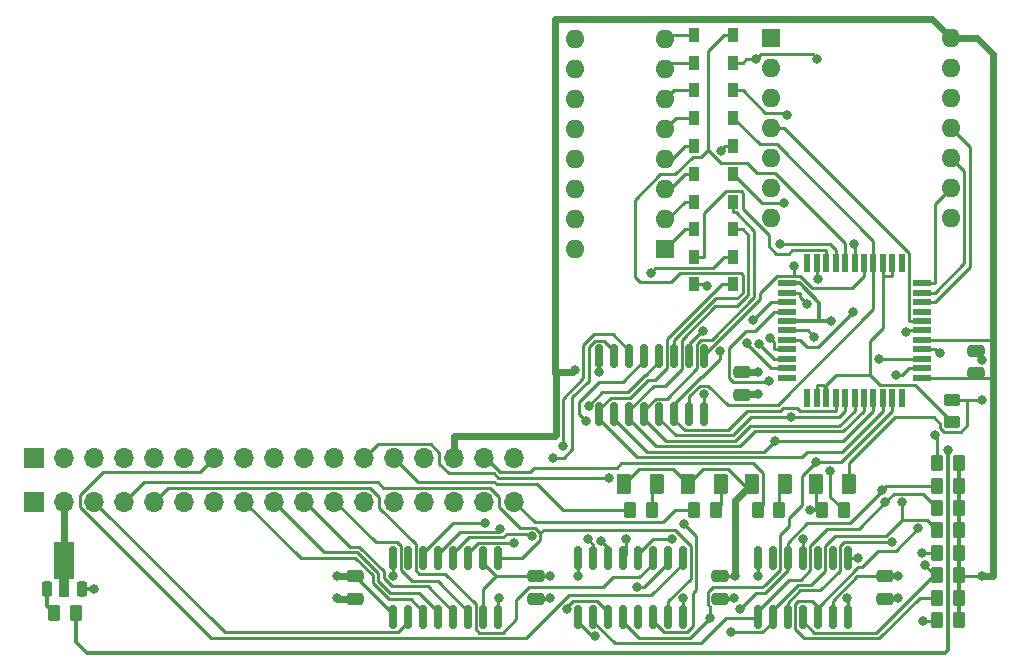
<source format=gbr>
%TF.GenerationSoftware,KiCad,Pcbnew,8.0.1*%
%TF.CreationDate,2024-06-09T22:48:08+01:00*%
%TF.ProjectId,BBC-USBSlim,4242432d-5553-4425-936c-696d2e6b6963,rev?*%
%TF.SameCoordinates,Original*%
%TF.FileFunction,Copper,L1,Top*%
%TF.FilePolarity,Positive*%
%FSLAX46Y46*%
G04 Gerber Fmt 4.6, Leading zero omitted, Abs format (unit mm)*
G04 Created by KiCad (PCBNEW 8.0.1) date 2024-06-09 22:48:08*
%MOMM*%
%LPD*%
G01*
G04 APERTURE LIST*
G04 Aperture macros list*
%AMRoundRect*
0 Rectangle with rounded corners*
0 $1 Rounding radius*
0 $2 $3 $4 $5 $6 $7 $8 $9 X,Y pos of 4 corners*
0 Add a 4 corners polygon primitive as box body*
4,1,4,$2,$3,$4,$5,$6,$7,$8,$9,$2,$3,0*
0 Add four circle primitives for the rounded corners*
1,1,$1+$1,$2,$3*
1,1,$1+$1,$4,$5*
1,1,$1+$1,$6,$7*
1,1,$1+$1,$8,$9*
0 Add four rect primitives between the rounded corners*
20,1,$1+$1,$2,$3,$4,$5,0*
20,1,$1+$1,$4,$5,$6,$7,0*
20,1,$1+$1,$6,$7,$8,$9,0*
20,1,$1+$1,$8,$9,$2,$3,0*%
%AMFreePoly0*
4,1,9,3.862500,-0.866500,0.737500,-0.866500,0.737500,-0.450000,-0.737500,-0.450000,-0.737500,0.450000,0.737500,0.450000,0.737500,0.866500,3.862500,0.866500,3.862500,-0.866500,3.862500,-0.866500,$1*%
G04 Aperture macros list end*
%TA.AperFunction,SMDPad,CuDef*%
%ADD10RoundRect,0.250000X0.262500X0.450000X-0.262500X0.450000X-0.262500X-0.450000X0.262500X-0.450000X0*%
%TD*%
%TA.AperFunction,SMDPad,CuDef*%
%ADD11R,0.550000X1.500000*%
%TD*%
%TA.AperFunction,SMDPad,CuDef*%
%ADD12R,1.500000X0.550000*%
%TD*%
%TA.AperFunction,SMDPad,CuDef*%
%ADD13RoundRect,0.250000X0.375000X0.625000X-0.375000X0.625000X-0.375000X-0.625000X0.375000X-0.625000X0*%
%TD*%
%TA.AperFunction,SMDPad,CuDef*%
%ADD14R,0.900000X1.200000*%
%TD*%
%TA.AperFunction,SMDPad,CuDef*%
%ADD15RoundRect,0.250000X-0.262500X-0.450000X0.262500X-0.450000X0.262500X0.450000X-0.262500X0.450000X0*%
%TD*%
%TA.AperFunction,SMDPad,CuDef*%
%ADD16RoundRect,0.250000X-0.475000X0.250000X-0.475000X-0.250000X0.475000X-0.250000X0.475000X0.250000X0*%
%TD*%
%TA.AperFunction,ComponentPad*%
%ADD17R,1.700000X1.700000*%
%TD*%
%TA.AperFunction,ComponentPad*%
%ADD18O,1.700000X1.700000*%
%TD*%
%TA.AperFunction,SMDPad,CuDef*%
%ADD19RoundRect,0.225000X0.225000X-0.425000X0.225000X0.425000X-0.225000X0.425000X-0.225000X-0.425000X0*%
%TD*%
%TA.AperFunction,SMDPad,CuDef*%
%ADD20FreePoly0,90.000000*%
%TD*%
%TA.AperFunction,ComponentPad*%
%ADD21R,1.600000X1.600000*%
%TD*%
%TA.AperFunction,ComponentPad*%
%ADD22O,1.600000X1.600000*%
%TD*%
%TA.AperFunction,SMDPad,CuDef*%
%ADD23RoundRect,0.250000X0.450000X-0.262500X0.450000X0.262500X-0.450000X0.262500X-0.450000X-0.262500X0*%
%TD*%
%TA.AperFunction,SMDPad,CuDef*%
%ADD24RoundRect,0.150000X0.150000X-0.825000X0.150000X0.825000X-0.150000X0.825000X-0.150000X-0.825000X0*%
%TD*%
%TA.AperFunction,SMDPad,CuDef*%
%ADD25RoundRect,0.250000X0.475000X-0.250000X0.475000X0.250000X-0.475000X0.250000X-0.475000X-0.250000X0*%
%TD*%
%TA.AperFunction,ViaPad*%
%ADD26C,0.800000*%
%TD*%
%TA.AperFunction,Conductor*%
%ADD27C,0.250000*%
%TD*%
%TA.AperFunction,Conductor*%
%ADD28C,0.600000*%
%TD*%
%TA.AperFunction,Conductor*%
%ADD29C,0.300000*%
%TD*%
G04 APERTURE END LIST*
D10*
%TO.P,R14,1*%
%TO.N,+5V*%
X153750000Y-112575000D03*
%TO.P,R14,2*%
%TO.N,D7*%
X151925000Y-112575000D03*
%TD*%
D11*
%TO.P,U6,1,N/C*%
%TO.N,unconnected-(U6-N{slash}C-Pad1)*%
X148900000Y-95650000D03*
%TO.P,U6,2,X14*%
%TO.N,FLOAT*%
X148100000Y-95650000D03*
%TO.P,U6,3,X15*%
X147300000Y-95650000D03*
%TO.P,U6,4,X6*%
%TO.N,X6*%
X146500000Y-95650000D03*
%TO.P,U6,5,X7*%
%TO.N,X7*%
X145700000Y-95650000D03*
%TO.P,U6,6,X8*%
%TO.N,X8*%
X144900000Y-95650000D03*
%TO.P,U6,7,X9*%
%TO.N,X9*%
X144100000Y-95650000D03*
%TO.P,U6,8,X10*%
%TO.N,X10*%
X143300000Y-95650000D03*
%TO.P,U6,9,X11*%
%TO.N,X11*%
X142500000Y-95650000D03*
%TO.P,U6,10,Y7*%
%TO.N,D7*%
X141700000Y-95650000D03*
%TO.P,U6,11,N/C*%
%TO.N,unconnected-(U6-N{slash}C-Pad11)*%
X140900000Y-95650000D03*
D12*
%TO.P,U6,12,VSS*%
%TO.N,GND*%
X139200000Y-97350000D03*
%TO.P,U6,13,Y6*%
%TO.N,D1*%
X139200000Y-98150000D03*
%TO.P,U6,14,STROBE*%
%TO.N,MTSTROBE*%
X139200000Y-98950000D03*
%TO.P,U6,15,Y5*%
%TO.N,D2*%
X139200000Y-99750000D03*
%TO.P,U6,16,VEE*%
%TO.N,GND*%
X139200000Y-100550000D03*
%TO.P,U6,17,Y4*%
%TO.N,D3*%
X139200000Y-101350000D03*
%TO.P,U6,18,AX1*%
%TO.N,AX1*%
X139200000Y-102150000D03*
%TO.P,U6,19,AX2*%
%TO.N,AX2*%
X139200000Y-102950000D03*
%TO.P,U6,20,AY0*%
%TO.N,AY0*%
X139200000Y-103750000D03*
%TO.P,U6,21,AY1*%
%TO.N,AY1*%
X139200000Y-104550000D03*
%TO.P,U6,22,N/C*%
%TO.N,unconnected-(U6-N{slash}C-Pad22)*%
X139200000Y-105350000D03*
D11*
%TO.P,U6,23,N/C*%
%TO.N,unconnected-(U6-N{slash}C-Pad23)*%
X140900000Y-107050000D03*
%TO.P,U6,24,X13*%
%TO.N,FLOAT*%
X141700000Y-107050000D03*
%TO.P,U6,25,X12*%
X142500000Y-107050000D03*
%TO.P,U6,26,X5*%
%TO.N,X5*%
X143300000Y-107050000D03*
%TO.P,U6,27,X4*%
%TO.N,X4*%
X144100000Y-107050000D03*
%TO.P,U6,28,X3*%
%TO.N,X3*%
X144900000Y-107050000D03*
%TO.P,U6,29,X2*%
%TO.N,X2*%
X145700000Y-107050000D03*
%TO.P,U6,30,X1*%
%TO.N,X1*%
X146500000Y-107050000D03*
%TO.P,U6,31,X0*%
%TO.N,X0*%
X147300000Y-107050000D03*
%TO.P,U6,32,Y0*%
%TO.N,D0*%
X148100000Y-107050000D03*
%TO.P,U6,33,N/C*%
%TO.N,unconnected-(U6-N{slash}C-Pad33)*%
X148900000Y-107050000D03*
D12*
%TO.P,U6,34,CS*%
%TO.N,+5V*%
X150600000Y-105350000D03*
%TO.P,U6,35,Y1*%
%TO.N,D6*%
X150600000Y-104550000D03*
%TO.P,U6,36,DATA*%
%TO.N,MTDATA*%
X150600000Y-103750000D03*
%TO.P,U6,37,Y2*%
%TO.N,D5*%
X150600000Y-102950000D03*
%TO.P,U6,38,VCC*%
%TO.N,+5V*%
X150600000Y-102150000D03*
%TO.P,U6,39,Y3*%
%TO.N,D4*%
X150600000Y-101350000D03*
%TO.P,U6,40,AY2*%
%TO.N,AY2*%
X150600000Y-100550000D03*
%TO.P,U6,41,N/C*%
%TO.N,unconnected-(U6-N{slash}C-Pad41)*%
X150600000Y-99750000D03*
%TO.P,U6,42,RESET*%
%TO.N,MTRESET*%
X150600000Y-98950000D03*
%TO.P,U6,43,AX3*%
%TO.N,AX3*%
X150600000Y-98150000D03*
%TO.P,U6,44,AX0*%
%TO.N,AX0*%
X150600000Y-97350000D03*
%TD*%
D10*
%TO.P,R8,1*%
%TO.N,+5V*%
X153750000Y-123975000D03*
%TO.P,R8,2*%
%TO.N,D6*%
X151925000Y-123975000D03*
%TD*%
%TO.P,R3,1*%
%TO.N,Net-(D14-K)*%
X127718000Y-116550000D03*
%TO.P,R3,2*%
%TO.N,LED3*%
X125893000Y-116550000D03*
%TD*%
D13*
%TO.P,D14,1,K*%
%TO.N,Net-(D14-K)*%
X128185500Y-114311000D03*
%TO.P,D14,2,A*%
%TO.N,+5V*%
X125385500Y-114311000D03*
%TD*%
D14*
%TO.P,D6,1,K*%
%TO.N,X5*%
X134650000Y-85730000D03*
%TO.P,D6,2,A*%
%TO.N,Net-(D6-A)*%
X131350000Y-85730000D03*
%TD*%
D15*
%TO.P,R6,1*%
%TO.N,Net-(Q1-B)*%
X77137500Y-125300000D03*
%TO.P,R6,2*%
%TO.N,Net-(D11-A)*%
X78962500Y-125300000D03*
%TD*%
D10*
%TO.P,R7,1*%
%TO.N,+5V*%
X153750000Y-125875000D03*
%TO.P,R7,2*%
%TO.N,D0*%
X151925000Y-125875000D03*
%TD*%
D14*
%TO.P,D10,1,K*%
%TO.N,X9*%
X134650000Y-76330000D03*
%TO.P,D10,2,A*%
%TO.N,Net-(D10-A)*%
X131350000Y-76330000D03*
%TD*%
%TO.P,D3,1,K*%
%TO.N,X2*%
X134650000Y-92780000D03*
%TO.P,D3,2,A*%
%TO.N,Net-(D3-A)*%
X131350000Y-92780000D03*
%TD*%
D10*
%TO.P,R11,1*%
%TO.N,+5V*%
X153750000Y-118275000D03*
%TO.P,R11,2*%
%TO.N,D3*%
X151925000Y-118275000D03*
%TD*%
%TO.P,R13,1*%
%TO.N,+5V*%
X153750000Y-114475000D03*
%TO.P,R13,2*%
%TO.N,D1*%
X151925000Y-114475000D03*
%TD*%
D16*
%TO.P,C4,1*%
%TO.N,+5V*%
X133510000Y-122150000D03*
%TO.P,C4,2*%
%TO.N,GND*%
X133510000Y-124050000D03*
%TD*%
D17*
%TO.P,J1,1,Pin_1*%
%TO.N,GND*%
X75458000Y-115847000D03*
D18*
%TO.P,J1,2,Pin_2*%
%TO.N,!RST*%
X77998000Y-115847000D03*
%TO.P,J1,3,Pin_3*%
%TO.N,1MHZ*%
X80538000Y-115847000D03*
%TO.P,J1,4,Pin_4*%
%TO.N,KB !EN*%
X83078000Y-115847000D03*
%TO.P,J1,5,Pin_5*%
%TO.N,PA4*%
X85618000Y-115847000D03*
%TO.P,J1,6,Pin_6*%
%TO.N,PA5*%
X88158000Y-115847000D03*
%TO.P,J1,7,Pin_7*%
%TO.N,PA6*%
X90698000Y-115847000D03*
%TO.P,J1,8,Pin_8*%
%TO.N,PA0*%
X93238000Y-115847000D03*
%TO.P,J1,9,Pin_9*%
%TO.N,PA1*%
X95778000Y-115847000D03*
%TO.P,J1,10,Pin_10*%
%TO.N,PA2*%
X98318000Y-115847000D03*
%TO.P,J1,11,Pin_11*%
%TO.N,PA3*%
X100858000Y-115847000D03*
%TO.P,J1,12,Pin_12*%
%TO.N,PA7*%
X103398000Y-115847000D03*
%TO.P,J1,13,Pin_13*%
%TO.N,LED3*%
X105938000Y-115847000D03*
%TO.P,J1,14,Pin_14*%
%TO.N,CA2*%
X108478000Y-115847000D03*
%TO.P,J1,15,Pin_15*%
%TO.N,+5V*%
X111018000Y-115847000D03*
%TO.P,J1,16,Pin_16*%
%TO.N,LED1*%
X113558000Y-115847000D03*
%TO.P,J1,17,Pin_17*%
%TO.N,LED2*%
X116098000Y-115847000D03*
%TD*%
D14*
%TO.P,D7,1,K*%
%TO.N,X6*%
X134650000Y-83380000D03*
%TO.P,D7,2,A*%
%TO.N,Net-(D7-A)*%
X131350000Y-83380000D03*
%TD*%
D19*
%TO.P,Q1,1,B*%
%TO.N,Net-(Q1-B)*%
X76500000Y-123250000D03*
D20*
%TO.P,Q1,2,C*%
%TO.N,!RST*%
X78000000Y-123162500D03*
D19*
%TO.P,Q1,3,E*%
%TO.N,GND*%
X79500000Y-123250000D03*
%TD*%
D16*
%TO.P,C1,1*%
%TO.N,+5V*%
X102610000Y-122150000D03*
%TO.P,C1,2*%
%TO.N,GND*%
X102610000Y-124050000D03*
%TD*%
D21*
%TO.P,U7,1,Pin_1*%
%TO.N,MTDATA*%
X137825000Y-76566000D03*
D22*
%TO.P,U7,2,Pin_2*%
%TO.N,BREAK*%
X137825000Y-79106000D03*
%TO.P,U7,3,Pin_3*%
%TO.N,MTSTROBE*%
X137825000Y-81646000D03*
%TO.P,U7,4,Pin_4*%
%TO.N,AY2*%
X137825000Y-84186000D03*
%TO.P,U7,5,Pin_5*%
%TO.N,AY1*%
X137825000Y-86726000D03*
%TO.P,U7,6,Pin_6*%
%TO.N,AY0*%
X137825000Y-89266000D03*
%TO.P,U7,7,Pin_7*%
%TO.N,AX2*%
X137825000Y-91806000D03*
%TO.P,U7,8,Pin_8*%
%TO.N,AX1*%
X153065000Y-91806000D03*
%TO.P,U7,9,Pin_9*%
%TO.N,AX0*%
X153065000Y-89266000D03*
%TO.P,U7,10,Pin_10*%
%TO.N,AX3*%
X153065000Y-86726000D03*
%TO.P,U7,11,Pin_11*%
%TO.N,MTRESET*%
X153065000Y-84186000D03*
%TO.P,U7,12,Pin_12*%
%TO.N,unconnected-(U7-Pin_12-Pad12)*%
X153065000Y-81646000D03*
%TO.P,U7,13,Pin_13*%
%TO.N,GND*%
X153065000Y-79106000D03*
%TO.P,U7,14,Pin_14*%
%TO.N,+5V*%
X153065000Y-76566000D03*
%TD*%
D23*
%TO.P,R4,1*%
%TO.N,FLOAT*%
X153150000Y-109062500D03*
%TO.P,R4,2*%
%TO.N,GND*%
X153150000Y-107237500D03*
%TD*%
D16*
%TO.P,C3,1*%
%TO.N,+5V*%
X135350000Y-104900000D03*
%TO.P,C3,2*%
%TO.N,GND*%
X135350000Y-106800000D03*
%TD*%
%TO.P,C5,1*%
%TO.N,+5V*%
X147460000Y-122150000D03*
%TO.P,C5,2*%
%TO.N,GND*%
X147460000Y-124050000D03*
%TD*%
D13*
%TO.P,D13,1,K*%
%TO.N,Net-(D13-K)*%
X133603500Y-114311000D03*
%TO.P,D13,2,A*%
%TO.N,+5V*%
X130803500Y-114311000D03*
%TD*%
%TO.P,D11,1,K*%
%TO.N,GND*%
X144453500Y-114311000D03*
%TO.P,D11,2,A*%
%TO.N,Net-(D11-A)*%
X141653500Y-114311000D03*
%TD*%
D10*
%TO.P,R2,1*%
%TO.N,Net-(D13-K)*%
X133136000Y-116550000D03*
%TO.P,R2,2*%
%TO.N,LED2*%
X131311000Y-116550000D03*
%TD*%
D14*
%TO.P,D1,1,K*%
%TO.N,X0*%
X134650000Y-97430000D03*
%TO.P,D1,2,A*%
%TO.N,X10*%
X131350000Y-97430000D03*
%TD*%
D24*
%TO.P,U3,1,~{Q0}*%
%TO.N,X0*%
X123300000Y-108450000D03*
%TO.P,U3,2,~{Q1}*%
%TO.N,X1*%
X124570000Y-108450000D03*
%TO.P,U3,3,~{Q2}*%
%TO.N,X2*%
X125840000Y-108450000D03*
%TO.P,U3,4,~{Q3}*%
%TO.N,X3*%
X127110000Y-108450000D03*
%TO.P,U3,5,~{Q4}*%
%TO.N,X4*%
X128380000Y-108450000D03*
%TO.P,U3,6,~{Q5}*%
%TO.N,X5*%
X129650000Y-108450000D03*
%TO.P,U3,7,~{Q6}*%
%TO.N,X6*%
X130920000Y-108450000D03*
%TO.P,U3,8,GND*%
%TO.N,GND*%
X132190000Y-108450000D03*
%TO.P,U3,9,~{Q7}*%
%TO.N,X7*%
X132190000Y-103500000D03*
%TO.P,U3,10,~{Q8}*%
%TO.N,X8*%
X130920000Y-103500000D03*
%TO.P,U3,11,~{Q9}*%
%TO.N,X9*%
X129650000Y-103500000D03*
%TO.P,U3,12,D*%
%TO.N,QD*%
X128380000Y-103500000D03*
%TO.P,U3,13,C*%
%TO.N,QC*%
X127110000Y-103500000D03*
%TO.P,U3,14,B*%
%TO.N,QB*%
X125840000Y-103500000D03*
%TO.P,U3,15,A*%
%TO.N,QA*%
X124570000Y-103500000D03*
%TO.P,U3,16,VCC*%
%TO.N,+5V*%
X123300000Y-103500000D03*
%TD*%
D14*
%TO.P,D4,1,K*%
%TO.N,X3*%
X134650000Y-90430000D03*
%TO.P,D4,2,A*%
%TO.N,Net-(D4-A)*%
X131350000Y-90430000D03*
%TD*%
D10*
%TO.P,R10,1*%
%TO.N,+5V*%
X153750000Y-120175000D03*
%TO.P,R10,2*%
%TO.N,D4*%
X151925000Y-120175000D03*
%TD*%
%TO.P,R12,1*%
%TO.N,+5V*%
X153750000Y-116375000D03*
%TO.P,R12,2*%
%TO.N,D2*%
X151925000Y-116375000D03*
%TD*%
D16*
%TO.P,C2,1*%
%TO.N,+5V*%
X117960000Y-122150000D03*
%TO.P,C2,2*%
%TO.N,GND*%
X117960000Y-124050000D03*
%TD*%
D21*
%TO.P,SW1,1*%
%TO.N,Net-(D3-A)*%
X128820000Y-94490000D03*
D22*
%TO.P,SW1,2*%
%TO.N,Net-(D4-A)*%
X128820000Y-91950000D03*
%TO.P,SW1,3*%
%TO.N,Net-(D5-A)*%
X128820000Y-89410000D03*
%TO.P,SW1,4*%
%TO.N,Net-(D6-A)*%
X128820000Y-86870000D03*
%TO.P,SW1,5*%
%TO.N,Net-(D7-A)*%
X128820000Y-84330000D03*
%TO.P,SW1,6*%
%TO.N,Net-(D8-A)*%
X128820000Y-81790000D03*
%TO.P,SW1,7*%
%TO.N,Net-(D9-A)*%
X128820000Y-79250000D03*
%TO.P,SW1,8*%
%TO.N,Net-(D10-A)*%
X128820000Y-76710000D03*
%TO.P,SW1,9*%
%TO.N,D0*%
X121200000Y-76710000D03*
%TO.P,SW1,10*%
X121200000Y-79250000D03*
%TO.P,SW1,11*%
X121200000Y-81790000D03*
%TO.P,SW1,12*%
X121200000Y-84330000D03*
%TO.P,SW1,13*%
X121200000Y-86870000D03*
%TO.P,SW1,14*%
X121200000Y-89410000D03*
%TO.P,SW1,15*%
X121200000Y-91950000D03*
%TO.P,SW1,16*%
X121200000Y-94490000D03*
%TD*%
D10*
%TO.P,R1,1*%
%TO.N,Net-(D12-K)*%
X138518000Y-116550000D03*
%TO.P,R1,2*%
%TO.N,LED1*%
X136693000Y-116550000D03*
%TD*%
D25*
%TO.P,C6,1*%
%TO.N,+5V*%
X155200000Y-104950000D03*
%TO.P,C6,2*%
%TO.N,GND*%
X155200000Y-103050000D03*
%TD*%
D24*
%TO.P,U1,1,~{MR}*%
%TO.N,+5V*%
X105850000Y-125575000D03*
%TO.P,U1,2,CP*%
%TO.N,1MHZ*%
X107120000Y-125575000D03*
%TO.P,U1,3,D0*%
%TO.N,PA0*%
X108390000Y-125575000D03*
%TO.P,U1,4,D1*%
%TO.N,PA1*%
X109660000Y-125575000D03*
%TO.P,U1,5,D2*%
%TO.N,PA2*%
X110930000Y-125575000D03*
%TO.P,U1,6,D3*%
%TO.N,PA3*%
X112200000Y-125575000D03*
%TO.P,U1,7,CEP*%
%TO.N,+5V*%
X113470000Y-125575000D03*
%TO.P,U1,8,GND*%
%TO.N,GND*%
X114740000Y-125575000D03*
%TO.P,U1,9,~{PE}*%
%TO.N,KB !EN*%
X114740000Y-120625000D03*
%TO.P,U1,10,CET*%
%TO.N,+5V*%
X113470000Y-120625000D03*
%TO.P,U1,11,Q3*%
%TO.N,QD*%
X112200000Y-120625000D03*
%TO.P,U1,12,Q2*%
%TO.N,QC*%
X110930000Y-120625000D03*
%TO.P,U1,13,Q1*%
%TO.N,QB*%
X109660000Y-120625000D03*
%TO.P,U1,14,Q0*%
%TO.N,QA*%
X108390000Y-120625000D03*
%TO.P,U1,15,TC*%
%TO.N,unconnected-(U1-TC-Pad15)*%
X107120000Y-120625000D03*
%TO.P,U1,16,VCC*%
%TO.N,+5V*%
X105850000Y-120625000D03*
%TD*%
D14*
%TO.P,D2,1,K*%
%TO.N,X1*%
X134650000Y-95110000D03*
%TO.P,D2,2,A*%
%TO.N,X11*%
X131350000Y-95110000D03*
%TD*%
D15*
%TO.P,R5,1*%
%TO.N,Net-(D11-A)*%
X142161000Y-116561000D03*
%TO.P,R5,2*%
%TO.N,BREAK*%
X143986000Y-116561000D03*
%TD*%
D17*
%TO.P,J3,1,Pin_1*%
%TO.N,GND*%
X75460000Y-112175000D03*
D18*
%TO.P,J3,2,Pin_2*%
%TO.N,!RST*%
X78000000Y-112175000D03*
%TO.P,J3,3,Pin_3*%
%TO.N,1MHZ*%
X80540000Y-112175000D03*
%TO.P,J3,4,Pin_4*%
%TO.N,KB !EN*%
X83080000Y-112175000D03*
%TO.P,J3,5,Pin_5*%
%TO.N,PA4*%
X85620000Y-112175000D03*
%TO.P,J3,6,Pin_6*%
%TO.N,PA5*%
X88160000Y-112175000D03*
%TO.P,J3,7,Pin_7*%
%TO.N,PA6*%
X90700000Y-112175000D03*
%TO.P,J3,8,Pin_8*%
%TO.N,PA0*%
X93240000Y-112175000D03*
%TO.P,J3,9,Pin_9*%
%TO.N,PA1*%
X95780000Y-112175000D03*
%TO.P,J3,10,Pin_10*%
%TO.N,PA2*%
X98320000Y-112175000D03*
%TO.P,J3,11,Pin_11*%
%TO.N,PA3*%
X100860000Y-112175000D03*
%TO.P,J3,12,Pin_12*%
%TO.N,PA7*%
X103400000Y-112175000D03*
%TO.P,J3,13,Pin_13*%
%TO.N,LED3*%
X105940000Y-112175000D03*
%TO.P,J3,14,Pin_14*%
%TO.N,CA2*%
X108480000Y-112175000D03*
%TO.P,J3,15,Pin_15*%
%TO.N,+5V*%
X111020000Y-112175000D03*
%TO.P,J3,16,Pin_16*%
%TO.N,LED1*%
X113560000Y-112175000D03*
%TO.P,J3,17,Pin_17*%
%TO.N,LED2*%
X116100000Y-112175000D03*
%TD*%
D24*
%TO.P,U4,1*%
%TO.N,D2*%
X136690000Y-125575000D03*
%TO.P,U4,2*%
%TO.N,D3*%
X137960000Y-125575000D03*
%TO.P,U4,3*%
%TO.N,D4*%
X139230000Y-125575000D03*
%TO.P,U4,4*%
%TO.N,D5*%
X140500000Y-125575000D03*
%TO.P,U4,5*%
%TO.N,D6*%
X141770000Y-125575000D03*
%TO.P,U4,6*%
%TO.N,+5V*%
X143040000Y-125575000D03*
%TO.P,U4,7,GND*%
%TO.N,GND*%
X144310000Y-125575000D03*
%TO.P,U4,8*%
%TO.N,CA2*%
X144310000Y-120625000D03*
%TO.P,U4,9*%
%TO.N,N/C*%
X143040000Y-120625000D03*
%TO.P,U4,10*%
X141770000Y-120625000D03*
%TO.P,U4,11*%
%TO.N,D7*%
X140500000Y-120625000D03*
%TO.P,U4,12*%
%TO.N,D1*%
X139230000Y-120625000D03*
%TO.P,U4,13*%
%TO.N,N/C*%
X137960000Y-120625000D03*
%TO.P,U4,14,VCC*%
%TO.N,+5V*%
X136690000Y-120625000D03*
%TD*%
D14*
%TO.P,D8,1,K*%
%TO.N,X7*%
X134650000Y-81030000D03*
%TO.P,D8,2,A*%
%TO.N,Net-(D8-A)*%
X131350000Y-81030000D03*
%TD*%
D24*
%TO.P,U2,1,I3*%
%TO.N,D3*%
X121490000Y-125575000D03*
%TO.P,U2,2,I2*%
%TO.N,D2*%
X122760000Y-125575000D03*
%TO.P,U2,3,I1*%
%TO.N,D1*%
X124030000Y-125575000D03*
%TO.P,U2,4,I0*%
%TO.N,D0*%
X125300000Y-125575000D03*
%TO.P,U2,5,Y*%
%TO.N,unconnected-(U2-Y-Pad5)*%
X126570000Y-125575000D03*
%TO.P,U2,6,~{Y}*%
%TO.N,PA7*%
X127840000Y-125575000D03*
%TO.P,U2,7,~{OE}*%
%TO.N,KB !EN*%
X129110000Y-125575000D03*
%TO.P,U2,8,GND*%
%TO.N,GND*%
X130380000Y-125575000D03*
%TO.P,U2,9,S2*%
%TO.N,PA6*%
X130380000Y-120625000D03*
%TO.P,U2,10,S1*%
%TO.N,PA5*%
X129110000Y-120625000D03*
%TO.P,U2,11,S0*%
%TO.N,PA4*%
X127840000Y-120625000D03*
%TO.P,U2,12,I7*%
%TO.N,D7*%
X126570000Y-120625000D03*
%TO.P,U2,13,I6*%
%TO.N,D6*%
X125300000Y-120625000D03*
%TO.P,U2,14,I5*%
%TO.N,D5*%
X124030000Y-120625000D03*
%TO.P,U2,15,I4*%
%TO.N,D4*%
X122760000Y-120625000D03*
%TO.P,U2,16,VCC*%
%TO.N,+5V*%
X121490000Y-120625000D03*
%TD*%
D10*
%TO.P,R9,1*%
%TO.N,+5V*%
X153750000Y-122075000D03*
%TO.P,R9,2*%
%TO.N,D5*%
X151925000Y-122075000D03*
%TD*%
D14*
%TO.P,D5,1,K*%
%TO.N,X4*%
X134650000Y-88080000D03*
%TO.P,D5,2,A*%
%TO.N,Net-(D5-A)*%
X131350000Y-88080000D03*
%TD*%
D13*
%TO.P,D12,1,K*%
%TO.N,Net-(D12-K)*%
X138985500Y-114311000D03*
%TO.P,D12,2,A*%
%TO.N,+5V*%
X136185500Y-114311000D03*
%TD*%
D14*
%TO.P,D9,1,K*%
%TO.N,X8*%
X134650000Y-78680000D03*
%TO.P,D9,2,A*%
%TO.N,Net-(D9-A)*%
X131350000Y-78680000D03*
%TD*%
D26*
%TO.N,X8*%
X141739950Y-78360050D03*
%TO.N,MTDATA*%
X146935900Y-103762700D03*
%TO.N,MTSTROBE*%
X136266300Y-100495300D03*
%TO.N,AY1*%
X135780900Y-102416700D03*
%TO.N,AY0*%
X136848000Y-102474700D03*
%TO.N,AX2*%
X137780000Y-101951000D03*
%TO.N,AX1*%
X144736600Y-99793800D03*
%TO.N,QA*%
X113614300Y-117666400D03*
X119405500Y-112139300D03*
%TO.N,QB*%
X114877900Y-118134400D03*
X120251700Y-111100000D03*
%TO.N,QC*%
X117552900Y-118784400D03*
X122178100Y-109019300D03*
%TO.N,QD*%
X116038400Y-119322700D03*
X122391200Y-107708700D03*
%TO.N,D7*%
X140563100Y-119021100D03*
X151694947Y-110165353D03*
X129420500Y-119002500D03*
X141825800Y-97012800D03*
%TO.N,D1*%
X120580900Y-124930400D03*
X135223000Y-124927600D03*
X140842000Y-99104900D03*
X147245700Y-114828200D03*
%TO.N,D2*%
X147501300Y-115894700D03*
X137677000Y-105609400D03*
%TO.N,D3*%
X134399100Y-126888300D03*
X122903300Y-127198500D03*
X148906200Y-115894200D03*
X141508200Y-101928100D03*
%TO.N,D4*%
X149239500Y-101513800D03*
X150639700Y-120175000D03*
X122300900Y-119040300D03*
X148113000Y-119273200D03*
%TO.N,D5*%
X150846000Y-121218200D03*
X152098100Y-103241600D03*
X123434200Y-119137200D03*
%TO.N,D6*%
X148426600Y-105138400D03*
X125570400Y-118984100D03*
X150314600Y-118094900D03*
%TO.N,D0*%
X132639657Y-125655400D03*
X150703000Y-125909000D03*
X141658300Y-112461500D03*
%TO.N,BREAK*%
X142849300Y-113282600D03*
%TO.N,GND*%
X155700000Y-107200000D03*
X148600000Y-124025000D03*
X144300000Y-124025000D03*
X119100000Y-124025000D03*
X134700000Y-124025000D03*
X130400000Y-124025000D03*
X114800000Y-124025000D03*
X155700000Y-103850000D03*
X132150000Y-106750000D03*
X136750000Y-106750000D03*
X101050000Y-124025000D03*
X142950000Y-100550000D03*
X80500000Y-123250000D03*
%TO.N,Net-(D11-A)*%
X152850000Y-111450000D03*
X141168000Y-116550000D03*
%TO.N,CA2*%
X145225400Y-120625000D03*
%TO.N,PA7*%
X130468400Y-117725400D03*
X124134600Y-113854700D03*
%TO.N,PA5*%
X126441500Y-123057700D03*
%TO.N,X8*%
X132048300Y-101391500D03*
X144865600Y-94027800D03*
X136570800Y-78362400D03*
%TO.N,X7*%
X139779100Y-95886200D03*
X139161600Y-83066000D03*
%TO.N,X5*%
X133548300Y-103096000D03*
X133598100Y-86115400D03*
%TO.N,X4*%
X139556700Y-108683400D03*
X138887800Y-90536000D03*
%TO.N,X1*%
X138144100Y-110675800D03*
X127637347Y-96462653D03*
%TO.N,X10*%
X132418900Y-97574700D03*
X138554500Y-94064200D03*
%TO.N,+5V*%
X148600000Y-122125000D03*
X136700000Y-122125000D03*
X119100000Y-122125000D03*
X134800000Y-122125000D03*
X121500000Y-122125000D03*
X105850000Y-122125000D03*
X155700000Y-122100000D03*
X123250000Y-104900000D03*
X136700000Y-104900000D03*
X101050000Y-122125000D03*
X121225000Y-104733902D03*
%TD*%
D27*
%TO.N,PA7*%
X131224500Y-123589100D02*
X131517600Y-123296000D01*
X130719300Y-126890100D02*
X131224500Y-126384900D01*
X131224500Y-126384900D02*
X131224500Y-123589100D01*
X131517600Y-123296000D02*
X131517600Y-118774600D01*
X128744000Y-126890100D02*
X130719300Y-126890100D01*
X127840000Y-125986100D02*
X128744000Y-126890100D01*
X127840000Y-125575000D02*
X127840000Y-125986100D01*
X131517600Y-118774600D02*
X130468400Y-117725400D01*
%TO.N,D2*%
X134024400Y-125675600D02*
X136589400Y-125675600D01*
X122760000Y-125991200D02*
X124607700Y-127838900D01*
X136589400Y-125675600D02*
X136690000Y-125575000D01*
X122760000Y-125575000D02*
X122760000Y-125991200D01*
X124607700Y-127838900D02*
X131861100Y-127838900D01*
X131861100Y-127838900D02*
X134024400Y-125675600D01*
%TO.N,D0*%
X140442800Y-113677000D02*
X141658300Y-112461500D01*
X140442800Y-116152400D02*
X140442800Y-113677000D01*
X139360900Y-117234300D02*
X140442800Y-116152400D01*
X139360900Y-117894700D02*
X139360900Y-117234300D01*
X138602700Y-121639200D02*
X138602700Y-118652900D01*
X138602700Y-118652900D02*
X139360900Y-117894700D01*
X137286500Y-122917600D02*
X137324300Y-122917600D01*
X137324300Y-122917600D02*
X138602700Y-121639200D01*
X137104100Y-123100000D02*
X137286500Y-122917600D01*
X132890200Y-123100000D02*
X137104100Y-123100000D01*
X132460000Y-123530200D02*
X132890200Y-123100000D01*
X132639657Y-124724757D02*
X132460000Y-124545100D01*
X132460000Y-124545100D02*
X132460000Y-123530200D01*
X132639657Y-125655400D02*
X132639657Y-124724757D01*
X126682700Y-127387200D02*
X125300000Y-126004500D01*
X125300000Y-126004500D02*
X125300000Y-125575000D01*
X130936700Y-127387200D02*
X126682700Y-127387200D01*
X132639657Y-125684243D02*
X130936700Y-127387200D01*
X132639657Y-125655400D02*
X132639657Y-125684243D01*
%TO.N,D7*%
X151925000Y-110395406D02*
X151925000Y-112575000D01*
X151694947Y-110165353D02*
X151925000Y-110395406D01*
%TO.N,GND*%
X154406300Y-109379200D02*
X154406300Y-107238000D01*
X152125000Y-109570100D02*
X152464000Y-109909100D01*
X151600000Y-108700000D02*
X152125000Y-109225000D01*
X152464000Y-109909100D02*
X153876400Y-109909100D01*
X152125000Y-109225000D02*
X152125000Y-109570100D01*
X148300000Y-108700000D02*
X151600000Y-108700000D01*
X144453500Y-112546500D02*
X148300000Y-108700000D01*
X153876400Y-109909100D02*
X154406300Y-109379200D01*
X144453500Y-114311000D02*
X144453500Y-112546500D01*
%TO.N,X1*%
X133873300Y-95110000D02*
X134650000Y-95110000D01*
X132931700Y-96051600D02*
X133873300Y-95110000D01*
X128048400Y-96051600D02*
X132931700Y-96051600D01*
X127637347Y-96462653D02*
X128048400Y-96051600D01*
%TO.N,X8*%
X141360900Y-77981000D02*
X136952200Y-77981000D01*
X141739950Y-78360050D02*
X141360900Y-77981000D01*
X136952200Y-77981000D02*
X136570800Y-78362400D01*
D28*
%TO.N,+5V*%
X121225000Y-104733902D02*
X121058902Y-104900000D01*
X119700000Y-104900000D02*
X119600000Y-105000000D01*
X121058902Y-104900000D02*
X119700000Y-104900000D01*
D27*
%TO.N,QB*%
X124459600Y-101685300D02*
X125840000Y-103065700D01*
X122817204Y-101685300D02*
X124459600Y-101685300D01*
X121950000Y-105413604D02*
X121950000Y-102552504D01*
X125840000Y-103065700D02*
X125840000Y-103500000D01*
X120251700Y-107111904D02*
X121950000Y-105413604D01*
X121950000Y-102552504D02*
X122817204Y-101685300D01*
X120251700Y-111100000D02*
X120251700Y-107111904D01*
%TO.N,QA*%
X120260700Y-112139300D02*
X119405500Y-112139300D01*
X121009300Y-111390700D02*
X120260700Y-112139300D01*
X122949092Y-102200000D02*
X122400000Y-102749092D01*
X122400000Y-102749092D02*
X122400000Y-105600000D01*
X121009300Y-106990700D02*
X121009300Y-111390700D01*
X123650908Y-102200000D02*
X122949092Y-102200000D01*
X124570000Y-103119092D02*
X123650908Y-102200000D01*
X122400000Y-105600000D02*
X121009300Y-106990700D01*
X124570000Y-103500000D02*
X124570000Y-103119092D01*
%TO.N,MTRESET*%
X151676700Y-98950000D02*
X150600000Y-98950000D01*
X154656100Y-95970600D02*
X151676700Y-98950000D01*
X154656100Y-85777100D02*
X154656100Y-95970600D01*
X153065000Y-84186000D02*
X154656100Y-85777100D01*
%TO.N,AX3*%
X151676700Y-98150000D02*
X150600000Y-98150000D01*
X154198600Y-95628100D02*
X151676700Y-98150000D01*
X154198600Y-87859600D02*
X154198600Y-95628100D01*
X153065000Y-86726000D02*
X154198600Y-87859600D01*
%TO.N,AX0*%
X151676700Y-97350000D02*
X150600000Y-97350000D01*
X151676700Y-90654300D02*
X151676700Y-97350000D01*
X153065000Y-89266000D02*
X151676700Y-90654300D01*
%TO.N,X4*%
X137106000Y-90536000D02*
X138887800Y-90536000D01*
X134650000Y-88080000D02*
X137106000Y-90536000D01*
%TO.N,X6*%
X136863500Y-85593500D02*
X134650000Y-83380000D01*
X138328200Y-85593500D02*
X136863500Y-85593500D01*
X146500000Y-93765300D02*
X138328200Y-85593500D01*
X146500000Y-95650000D02*
X146500000Y-93765300D01*
%TO.N,Net-(D10-A)*%
X129200000Y-76330000D02*
X131350000Y-76330000D01*
X128820000Y-76710000D02*
X129200000Y-76330000D01*
%TO.N,Net-(D9-A)*%
X129390000Y-78680000D02*
X131350000Y-78680000D01*
X128820000Y-79250000D02*
X129390000Y-78680000D01*
%TO.N,Net-(D8-A)*%
X129580000Y-81030000D02*
X131350000Y-81030000D01*
X128820000Y-81790000D02*
X129580000Y-81030000D01*
%TO.N,Net-(D7-A)*%
X128820000Y-84330000D02*
X129770000Y-83380000D01*
X129770000Y-83380000D02*
X131350000Y-83380000D01*
%TO.N,Net-(D6-A)*%
X130573300Y-85730000D02*
X131350000Y-85730000D01*
X129433300Y-86870000D02*
X130573300Y-85730000D01*
X128820000Y-86870000D02*
X129433300Y-86870000D01*
%TO.N,Net-(D5-A)*%
X130573300Y-88080000D02*
X131350000Y-88080000D01*
X129243300Y-89410000D02*
X130573300Y-88080000D01*
X128820000Y-89410000D02*
X129243300Y-89410000D01*
%TO.N,Net-(D4-A)*%
X130573300Y-90430000D02*
X131350000Y-90430000D01*
X129053300Y-91950000D02*
X130573300Y-90430000D01*
X128820000Y-91950000D02*
X129053300Y-91950000D01*
%TO.N,Net-(D3-A)*%
X128863300Y-94490000D02*
X128820000Y-94490000D01*
X130573300Y-92780000D02*
X128863300Y-94490000D01*
X131350000Y-92780000D02*
X130573300Y-92780000D01*
D28*
%TO.N,+5V*%
X134800000Y-122125000D02*
X134800000Y-115696500D01*
X134800000Y-115696500D02*
X136185500Y-114311000D01*
D27*
%TO.N,PA2*%
X110930000Y-125183900D02*
X110930000Y-125575000D01*
X105710900Y-123019100D02*
X108765200Y-123019100D01*
X105028700Y-121706304D02*
X105028700Y-122336900D01*
X105028700Y-122336900D02*
X105710900Y-123019100D01*
X102963796Y-119641400D02*
X105028700Y-121706304D01*
X98347000Y-115847000D02*
X102141400Y-119641400D01*
X98318000Y-115847000D02*
X98347000Y-115847000D01*
X102141400Y-119641400D02*
X102963796Y-119641400D01*
X108765200Y-123019100D02*
X110930000Y-125183900D01*
%TO.N,PA4*%
X127840000Y-121096900D02*
X127840000Y-120625000D01*
X126677100Y-122259800D02*
X127840000Y-121096900D01*
X124443000Y-122259800D02*
X126677100Y-122259800D01*
X123602800Y-123100000D02*
X124443000Y-122259800D01*
X117330200Y-123100000D02*
X123602800Y-123100000D01*
X116253600Y-125797900D02*
X116253600Y-124176600D01*
X116253600Y-124176600D02*
X117330200Y-123100000D01*
X113104500Y-126921700D02*
X115129800Y-126921700D01*
X112835000Y-126652200D02*
X113104500Y-126921700D01*
X107755000Y-121657800D02*
X108024500Y-121927300D01*
X110253700Y-121927300D02*
X112835000Y-124508600D01*
X108024500Y-121927300D02*
X110253700Y-121927300D01*
X115129800Y-126921700D02*
X116253600Y-125797900D01*
X104668000Y-116336600D02*
X107755000Y-119423600D01*
X112835000Y-124508600D02*
X112835000Y-126652200D01*
X107755000Y-119423600D02*
X107755000Y-121657800D01*
X103894300Y-114670300D02*
X104668000Y-115444000D01*
X86794700Y-114670300D02*
X103894300Y-114670300D01*
X104668000Y-115444000D02*
X104668000Y-116336600D01*
X85618000Y-115847000D02*
X86794700Y-114670300D01*
%TO.N,KB !EN*%
X84716500Y-114208500D02*
X83078000Y-115847000D01*
X104987000Y-114660200D02*
X104535300Y-114208500D01*
X104535300Y-114208500D02*
X84716500Y-114208500D01*
X114047200Y-114660200D02*
X104987000Y-114660200D01*
X114828000Y-115441000D02*
X114047200Y-114660200D01*
X116586500Y-118045600D02*
X114828000Y-116287100D01*
X117848000Y-118045600D02*
X116586500Y-118045600D01*
X114828000Y-116287100D02*
X114828000Y-115441000D01*
X118312000Y-118509600D02*
X117848000Y-118045600D01*
%TO.N,1MHZ*%
X80547000Y-115847000D02*
X80538000Y-115847000D01*
X91598100Y-126898100D02*
X80547000Y-115847000D01*
X106219200Y-126898100D02*
X91598100Y-126898100D01*
X107120000Y-125997300D02*
X106219200Y-126898100D01*
X107120000Y-125575000D02*
X107120000Y-125997300D01*
%TO.N,PA0*%
X108390000Y-125155300D02*
X108390000Y-125575000D01*
X105490500Y-124080000D02*
X107314700Y-124080000D01*
X104125300Y-122714800D02*
X105490500Y-124080000D01*
X104125300Y-122078100D02*
X104125300Y-122714800D01*
X107314700Y-124080000D02*
X108390000Y-125155300D01*
X97994800Y-120594800D02*
X102642000Y-120594800D01*
X93247000Y-115847000D02*
X97994800Y-120594800D01*
X93238000Y-115847000D02*
X93247000Y-115847000D01*
X102642000Y-120594800D02*
X104125300Y-122078100D01*
%TO.N,PA1*%
X95778000Y-115878000D02*
X95778000Y-115847000D01*
X104577000Y-121891000D02*
X102777400Y-120091400D01*
X102777400Y-120091400D02*
X99991400Y-120091400D01*
X108050900Y-123548800D02*
X105598100Y-123548800D01*
X99991400Y-120091400D02*
X95778000Y-115878000D01*
X105598100Y-123548800D02*
X104577000Y-122527700D01*
X109660000Y-125157900D02*
X108050900Y-123548800D01*
X109660000Y-125575000D02*
X109660000Y-125157900D01*
X104577000Y-122527700D02*
X104577000Y-121891000D01*
%TO.N,PA3*%
X109602700Y-122565900D02*
X112200000Y-125163200D01*
X106492700Y-121647800D02*
X107410800Y-122565900D01*
X112200000Y-125163200D02*
X112200000Y-125575000D01*
X107410800Y-122565900D02*
X109602700Y-122565900D01*
X106202500Y-119280600D02*
X106492700Y-119570800D01*
X104380600Y-119280600D02*
X106202500Y-119280600D01*
X100947000Y-115847000D02*
X104380600Y-119280600D01*
X100858000Y-115847000D02*
X100947000Y-115847000D01*
X106492700Y-119570800D02*
X106492700Y-121647800D01*
%TO.N,LED2*%
X129735200Y-116550000D02*
X131311000Y-116550000D01*
X117846600Y-117595600D02*
X118034396Y-117595600D01*
X118036396Y-117597600D02*
X128687600Y-117597600D01*
X116098000Y-115847000D02*
X117846600Y-117595600D01*
X118034396Y-117595600D02*
X118036396Y-117597600D01*
X128687600Y-117597600D02*
X129735200Y-116550000D01*
%TO.N,LED1*%
X114901996Y-113372900D02*
X113704096Y-112175000D01*
X117411400Y-113372900D02*
X114901996Y-113372900D01*
X113704096Y-112175000D02*
X113560000Y-112175000D01*
X117798600Y-112985700D02*
X117411400Y-113372900D01*
X136309800Y-112593500D02*
X125143200Y-112593500D01*
X124751000Y-112985700D02*
X117798600Y-112985700D01*
X137140600Y-116102400D02*
X137140600Y-113424300D01*
X125143200Y-112593500D02*
X124751000Y-112985700D01*
X136693000Y-116550000D02*
X137140600Y-116102400D01*
X137140600Y-113424300D02*
X136309800Y-112593500D01*
%TO.N,LED3*%
X107973500Y-114208500D02*
X105940000Y-112175000D01*
X114572500Y-114318600D02*
X114462400Y-114208500D01*
X117974400Y-114318600D02*
X114572500Y-114318600D01*
X114462400Y-114208500D02*
X107973500Y-114208500D01*
X120205800Y-116550000D02*
X117974400Y-114318600D01*
X125893000Y-116550000D02*
X120205800Y-116550000D01*
%TO.N,PA7*%
X109750000Y-112654800D02*
X110545700Y-113450500D01*
X114343200Y-113450500D02*
X114747400Y-113854700D01*
X109750000Y-111724700D02*
X109750000Y-112654800D01*
X110545700Y-113450500D02*
X114343200Y-113450500D01*
X114747400Y-113854700D02*
X124134600Y-113854700D01*
X109009600Y-110984300D02*
X109750000Y-111724700D01*
X104590700Y-110984300D02*
X109009600Y-110984300D01*
X103400000Y-112175000D02*
X104590700Y-110984300D01*
%TO.N,PA6*%
X127679200Y-123784500D02*
X130380000Y-121083700D01*
X130380000Y-121083700D02*
X130380000Y-120625000D01*
X117069200Y-127413000D02*
X120697700Y-123784500D01*
X90437800Y-127413000D02*
X117069200Y-127413000D01*
X79355600Y-116330800D02*
X90437800Y-127413000D01*
X81276800Y-113351700D02*
X79355600Y-115272900D01*
X79355600Y-115272900D02*
X79355600Y-116330800D01*
X89523300Y-113351700D02*
X81276800Y-113351700D01*
X120697700Y-123784500D02*
X127679200Y-123784500D01*
X90700000Y-112175000D02*
X89523300Y-113351700D01*
D28*
%TO.N,+5V*%
X119520000Y-110280000D02*
X119600000Y-110200000D01*
X119600000Y-110200000D02*
X119600000Y-105000000D01*
X111020000Y-112175000D02*
X111020000Y-110280000D01*
X111020000Y-110280000D02*
X119520000Y-110280000D01*
D27*
%TO.N,MTDATA*%
X150600000Y-103750000D02*
X149523300Y-103750000D01*
X149510600Y-103762700D02*
X146935900Y-103762700D01*
X149523300Y-103750000D02*
X149510600Y-103762700D01*
%TO.N,MTSTROBE*%
X137811600Y-98950000D02*
X136266300Y-100495300D01*
X139200000Y-98950000D02*
X137811600Y-98950000D01*
%TO.N,Net-(D14-K)*%
X127718000Y-114778500D02*
X127718000Y-116550000D01*
X128185500Y-114311000D02*
X127718000Y-114778500D01*
%TO.N,Net-(D13-K)*%
X133603500Y-116082500D02*
X133136000Y-116550000D01*
X133603500Y-114311000D02*
X133603500Y-116082500D01*
%TO.N,Net-(D12-K)*%
X138518000Y-114778500D02*
X138518000Y-116550000D01*
X138985500Y-114311000D02*
X138518000Y-114778500D01*
%TO.N,AY1*%
X137843100Y-104550000D02*
X139200000Y-104550000D01*
X135780900Y-102487800D02*
X137843100Y-104550000D01*
X135780900Y-102416700D02*
X135780900Y-102487800D01*
%TO.N,AY0*%
X139200000Y-103750000D02*
X138123300Y-103750000D01*
X136848000Y-102474700D02*
X138123300Y-103750000D01*
%TO.N,AX2*%
X139200000Y-102950000D02*
X138123300Y-102950000D01*
X138123300Y-102294300D02*
X137780000Y-101951000D01*
X138123300Y-102950000D02*
X138123300Y-102294300D01*
%TO.N,AX1*%
X139200000Y-102150000D02*
X140276700Y-102150000D01*
X141810500Y-102719900D02*
X144736600Y-99793800D01*
X140846600Y-102719900D02*
X141810500Y-102719900D01*
X140276700Y-102150000D02*
X140846600Y-102719900D01*
%TO.N,AY2*%
X149523300Y-94748400D02*
X149523300Y-100550000D01*
X138960900Y-84186000D02*
X149523300Y-94748400D01*
X137825000Y-84186000D02*
X138960900Y-84186000D01*
X150600000Y-100550000D02*
X149523300Y-100550000D01*
%TO.N,QA*%
X110927700Y-117666400D02*
X113614300Y-117666400D01*
X108390000Y-120204100D02*
X110927700Y-117666400D01*
X108390000Y-120625000D02*
X108390000Y-120204100D01*
%TO.N,QB*%
X114619200Y-118393100D02*
X114877900Y-118134400D01*
X111503300Y-118393100D02*
X114619200Y-118393100D01*
X109660000Y-120236400D02*
X111503300Y-118393100D01*
X109660000Y-120625000D02*
X109660000Y-120236400D01*
%TO.N,QC*%
X121599900Y-108441100D02*
X122178100Y-109019300D01*
X121599900Y-107412700D02*
X121599900Y-108441100D01*
X123305400Y-105707200D02*
X121599900Y-107412700D01*
X125286100Y-105707200D02*
X123305400Y-105707200D01*
X127110000Y-103883300D02*
X125286100Y-105707200D01*
X127110000Y-103500000D02*
X127110000Y-103883300D01*
X117315800Y-118547300D02*
X117552900Y-118784400D01*
X115492700Y-118547300D02*
X117315800Y-118547300D01*
X115178900Y-118861100D02*
X115492700Y-118547300D01*
X112275800Y-118861100D02*
X115178900Y-118861100D01*
X110930000Y-120206900D02*
X112275800Y-118861100D01*
X110930000Y-120625000D02*
X110930000Y-120206900D01*
%TO.N,QD*%
X113032400Y-119322700D02*
X116038400Y-119322700D01*
X112200000Y-120155100D02*
X113032400Y-119322700D01*
X112200000Y-120625000D02*
X112200000Y-120155100D01*
X128380000Y-103951700D02*
X128380000Y-103500000D01*
X127219400Y-105112300D02*
X128380000Y-103951700D01*
X127145600Y-105112300D02*
X127219400Y-105112300D01*
X125714000Y-106543900D02*
X127145600Y-105112300D01*
X123556000Y-106543900D02*
X125714000Y-106543900D01*
X122391200Y-107708700D02*
X123556000Y-106543900D01*
%TO.N,D7*%
X127811800Y-119002500D02*
X129420500Y-119002500D01*
X126570000Y-120244300D02*
X127811800Y-119002500D01*
X126570000Y-120625000D02*
X126570000Y-120244300D01*
X141700000Y-96887000D02*
X141825800Y-97012800D01*
X141700000Y-95650000D02*
X141700000Y-96887000D01*
X140500000Y-119084200D02*
X140563100Y-119021100D01*
X140500000Y-120625000D02*
X140500000Y-119084200D01*
%TO.N,D1*%
X120580900Y-124782700D02*
X120580900Y-124930400D01*
X121090900Y-124272700D02*
X120580900Y-124782700D01*
X123134200Y-124272700D02*
X121090900Y-124272700D01*
X124030000Y-125168500D02*
X123134200Y-124272700D01*
X124030000Y-125575000D02*
X124030000Y-125168500D01*
X139230000Y-121650700D02*
X139230000Y-120625000D01*
X137329000Y-123551700D02*
X139230000Y-121650700D01*
X136598900Y-123551700D02*
X137329000Y-123551700D01*
X135223000Y-124927600D02*
X136598900Y-123551700D01*
X147245700Y-114900800D02*
X147245700Y-114828200D01*
X144500900Y-117645600D02*
X147245700Y-114900800D01*
X140891500Y-117645600D02*
X144500900Y-117645600D01*
X139230000Y-119307100D02*
X140891500Y-117645600D01*
X139230000Y-120625000D02*
X139230000Y-119307100D01*
X147598900Y-114475000D02*
X151925000Y-114475000D01*
X147245700Y-114828200D02*
X147598900Y-114475000D01*
X140276700Y-98539600D02*
X140842000Y-99104900D01*
X140276700Y-98150000D02*
X140276700Y-98539600D01*
X139200000Y-98150000D02*
X140276700Y-98150000D01*
%TO.N,D2*%
X136513800Y-101359500D02*
X138123300Y-99750000D01*
X135742600Y-101359500D02*
X136513800Y-101359500D01*
X134296800Y-102805300D02*
X135742600Y-101359500D01*
X134296800Y-105396900D02*
X134296800Y-102805300D01*
X134629400Y-105729500D02*
X134296800Y-105396900D01*
X137556900Y-105729500D02*
X134629400Y-105729500D01*
X137677000Y-105609400D02*
X137556900Y-105729500D01*
X139200000Y-99750000D02*
X138123300Y-99750000D01*
X145241700Y-118154300D02*
X147501300Y-115894700D01*
X142586700Y-118154300D02*
X145241700Y-118154300D01*
X141130200Y-119610800D02*
X142586700Y-118154300D01*
X141130200Y-121648900D02*
X141130200Y-119610800D01*
X140334000Y-122445100D02*
X141130200Y-121648900D01*
X139386400Y-122445100D02*
X140334000Y-122445100D01*
X136690000Y-125141500D02*
X139386400Y-122445100D01*
X136690000Y-125575000D02*
X136690000Y-125141500D01*
X150713400Y-115163400D02*
X151925000Y-116375000D01*
X148232600Y-115163400D02*
X150713400Y-115163400D01*
X147501300Y-115894700D02*
X148232600Y-115163400D01*
%TO.N,D3*%
X122676400Y-127198500D02*
X122903300Y-127198500D01*
X121490000Y-126012100D02*
X122676400Y-127198500D01*
X121490000Y-125575000D02*
X121490000Y-126012100D01*
X137960000Y-126013700D02*
X137960000Y-125575000D01*
X137085400Y-126888300D02*
X137960000Y-126013700D01*
X134399100Y-126888300D02*
X137085400Y-126888300D01*
X148906200Y-117361000D02*
X148906200Y-115894200D01*
X151011000Y-117361000D02*
X148906200Y-117361000D01*
X151925000Y-118275000D02*
X151011000Y-117361000D01*
X137960000Y-125055200D02*
X137960000Y-125575000D01*
X140118400Y-122896800D02*
X137960000Y-125055200D01*
X141206300Y-122896800D02*
X140118400Y-122896800D01*
X142405000Y-121698100D02*
X141206300Y-122896800D01*
X142405000Y-119570000D02*
X142405000Y-121698100D01*
X143249000Y-118726000D02*
X142405000Y-119570000D01*
X147541200Y-118726000D02*
X143249000Y-118726000D01*
X148906200Y-117361000D02*
X147541200Y-118726000D01*
X140930100Y-101350000D02*
X141508200Y-101928100D01*
X139200000Y-101350000D02*
X140930100Y-101350000D01*
%TO.N,D4*%
X150600000Y-101350000D02*
X149523300Y-101350000D01*
X149359500Y-101513800D02*
X149523300Y-101350000D01*
X149239500Y-101513800D02*
X149359500Y-101513800D01*
X150639700Y-120175000D02*
X151925000Y-120175000D01*
X122760000Y-119499400D02*
X122760000Y-120625000D01*
X122300900Y-119040300D02*
X122760000Y-119499400D01*
X143972800Y-119273200D02*
X148113000Y-119273200D01*
X143668500Y-119577500D02*
X143972800Y-119273200D01*
X143668500Y-121697900D02*
X143668500Y-119577500D01*
X142017900Y-123348500D02*
X143668500Y-121697900D01*
X140307900Y-123348500D02*
X142017900Y-123348500D01*
X139230000Y-124426400D02*
X140307900Y-123348500D01*
X139230000Y-125575000D02*
X139230000Y-124426400D01*
%TO.N,D5*%
X150600000Y-102950000D02*
X151676700Y-102950000D01*
X151968300Y-103241600D02*
X152098100Y-103241600D01*
X151676700Y-102950000D02*
X151968300Y-103241600D01*
X124030000Y-119733000D02*
X123434200Y-119137200D01*
X124030000Y-120625000D02*
X124030000Y-119733000D01*
X150846000Y-121218200D02*
X151649300Y-122021400D01*
X151702800Y-122075000D02*
X151925000Y-122075000D01*
X151649300Y-122021400D02*
X151702800Y-122075000D01*
X140500000Y-125969000D02*
X140500000Y-125575000D01*
X141457500Y-126926500D02*
X140500000Y-125969000D01*
X146744200Y-126926500D02*
X141457500Y-126926500D01*
X151649300Y-122021400D02*
X146744200Y-126926500D01*
%TO.N,D6*%
X150600000Y-104550000D02*
X149523300Y-104550000D01*
X148934900Y-105138400D02*
X148426600Y-105138400D01*
X149523300Y-104550000D02*
X148934900Y-105138400D01*
X125570400Y-120354600D02*
X125570400Y-118984100D01*
X125300000Y-120625000D02*
X125570400Y-120354600D01*
X141770000Y-124720000D02*
X141770000Y-125575000D01*
X141303100Y-124253100D02*
X141770000Y-124720000D01*
X140100900Y-124253100D02*
X141303100Y-124253100D01*
X139865000Y-124489000D02*
X140100900Y-124253100D01*
X139865000Y-126635500D02*
X139865000Y-124489000D01*
X140634100Y-127404600D02*
X139865000Y-126635500D01*
X146981900Y-127404600D02*
X140634100Y-127404600D01*
X150411500Y-123975000D02*
X146981900Y-127404600D01*
X151925000Y-123975000D02*
X150411500Y-123975000D01*
X150314600Y-118099300D02*
X150314600Y-118094900D01*
X148414000Y-119999900D02*
X150314600Y-118099300D01*
X146904000Y-119999900D02*
X148414000Y-119999900D01*
X145541900Y-121362000D02*
X146904000Y-119999900D01*
X145223100Y-121362000D02*
X145541900Y-121362000D01*
X141865100Y-124720000D02*
X145223100Y-121362000D01*
X141770000Y-124720000D02*
X141865100Y-124720000D01*
%TO.N,D0*%
X151891000Y-125909000D02*
X151925000Y-125875000D01*
X150703000Y-125909000D02*
X151891000Y-125909000D01*
X148100000Y-107050000D02*
X148100000Y-108126700D01*
X143765200Y-112461500D02*
X141658300Y-112461500D01*
X148100000Y-108126700D02*
X143765200Y-112461500D01*
%TO.N,BREAK*%
X142849300Y-115424300D02*
X143986000Y-116561000D01*
X142849300Y-113282600D02*
X142849300Y-115424300D01*
%TO.N,FLOAT*%
X147300000Y-95650000D02*
X147300000Y-96726700D01*
X147300000Y-96726700D02*
X148100000Y-96726700D01*
X148100000Y-95650000D02*
X148100000Y-96726700D01*
X146191700Y-102281600D02*
X146191700Y-105132300D01*
X147300000Y-101173300D02*
X146191700Y-102281600D01*
X147300000Y-96726700D02*
X147300000Y-101173300D01*
X147032700Y-105973300D02*
X146191700Y-105132300D01*
X150060800Y-105973300D02*
X147032700Y-105973300D01*
X153150000Y-109062500D02*
X150060800Y-105973300D01*
X143341000Y-105132300D02*
X142500000Y-105973300D01*
X146191700Y-105132300D02*
X143341000Y-105132300D01*
X142500000Y-107050000D02*
X142500000Y-106511600D01*
X141700000Y-107050000D02*
X141700000Y-105973300D01*
X142500000Y-106242400D02*
X142500000Y-105973300D01*
X142500000Y-106511600D02*
X142500000Y-106242400D01*
X142230900Y-105973300D02*
X141700000Y-105973300D01*
X142500000Y-106242400D02*
X142230900Y-105973300D01*
D29*
%TO.N,Net-(Q1-B)*%
X76500000Y-124662000D02*
X77137500Y-125300000D01*
X76500000Y-123250000D02*
X76500000Y-124662000D01*
D27*
%TO.N,GND*%
X148575000Y-124050000D02*
X148600000Y-124025000D01*
X147460000Y-124050000D02*
X148575000Y-124050000D01*
X144310000Y-124035000D02*
X144300000Y-124025000D01*
X144310000Y-125575000D02*
X144310000Y-124035000D01*
X119075000Y-124050000D02*
X119100000Y-124025000D01*
X117960000Y-124050000D02*
X119075000Y-124050000D01*
X134675000Y-124050000D02*
X134700000Y-124025000D01*
X133510000Y-124050000D02*
X134675000Y-124050000D01*
X130380000Y-124045000D02*
X130400000Y-124025000D01*
X130380000Y-125575000D02*
X130380000Y-124045000D01*
X114740000Y-124085000D02*
X114800000Y-124025000D01*
X114740000Y-125575000D02*
X114740000Y-124085000D01*
X155200000Y-103350000D02*
X155700000Y-103850000D01*
X155200000Y-103050000D02*
X155200000Y-103350000D01*
X132190000Y-106790000D02*
X132150000Y-106750000D01*
X132190000Y-108450000D02*
X132190000Y-106790000D01*
D28*
X135400000Y-106750000D02*
X135350000Y-106800000D01*
X136750000Y-106750000D02*
X135400000Y-106750000D01*
D29*
X141700000Y-100550000D02*
X139200000Y-100550000D01*
X79500000Y-123250000D02*
X80500000Y-123250000D01*
D28*
X101075000Y-124050000D02*
X101050000Y-124025000D01*
X102610000Y-124050000D02*
X101075000Y-124050000D01*
D29*
X141900000Y-100550000D02*
X141700000Y-100550000D01*
X141900000Y-99000000D02*
X141900000Y-100550000D01*
X140250000Y-97350000D02*
X141900000Y-99000000D01*
X139200000Y-97350000D02*
X140250000Y-97350000D01*
X141700000Y-100550000D02*
X141900000Y-100550000D01*
X141900000Y-100550000D02*
X142950000Y-100550000D01*
D27*
X155662000Y-107238000D02*
X155700000Y-107200000D01*
X154406300Y-107238000D02*
X155662000Y-107238000D01*
X153150000Y-107238000D02*
X153150500Y-107238000D01*
X153150500Y-107238000D02*
X154406300Y-107238000D01*
X153150500Y-107238000D02*
X153150000Y-107237500D01*
D29*
%TO.N,Net-(D11-A)*%
X152850000Y-128400000D02*
X152850000Y-111450000D01*
X152575000Y-128675000D02*
X152850000Y-128400000D01*
X79950000Y-128675000D02*
X152575000Y-128675000D01*
X78962500Y-127688000D02*
X79950000Y-128675000D01*
X78962500Y-125300000D02*
X78962500Y-127688000D01*
X141168000Y-116550000D02*
X141659000Y-116550000D01*
X142150000Y-116550000D02*
X142161000Y-116561000D01*
X141659000Y-116550000D02*
X142150000Y-116550000D01*
D27*
X141653500Y-116544500D02*
X141653500Y-114311000D01*
X141659000Y-116550000D02*
X141653500Y-116544500D01*
%TO.N,CA2*%
X144310000Y-120625000D02*
X145225400Y-120625000D01*
%TO.N,PA5*%
X127103500Y-123057700D02*
X126441500Y-123057700D01*
X129110000Y-121051200D02*
X127103500Y-123057700D01*
X129110000Y-120625000D02*
X129110000Y-121051200D01*
%TO.N,KB !EN*%
X116780400Y-120625000D02*
X114740000Y-120625000D01*
X118312000Y-119093400D02*
X116780400Y-120625000D01*
X118312000Y-118509600D02*
X118312000Y-119093400D01*
X129110000Y-124277300D02*
X129110000Y-125575000D01*
X131030600Y-122356700D02*
X129110000Y-124277300D01*
X131030600Y-119581000D02*
X131030600Y-122356700D01*
X129684900Y-118235300D02*
X131030600Y-119581000D01*
X118586300Y-118235300D02*
X129684900Y-118235300D01*
X118312000Y-118509600D02*
X118586300Y-118235300D01*
D28*
%TO.N,!RST*%
X77998000Y-123160000D02*
X78000000Y-123162000D01*
X77998000Y-115847000D02*
X77998000Y-123160000D01*
D27*
X78000000Y-123162000D02*
X78000000Y-123162500D01*
%TO.N,X9*%
X134650000Y-76330000D02*
X133873300Y-76330000D01*
X144100000Y-93939400D02*
X144100000Y-95650000D01*
X138156600Y-87996000D02*
X144100000Y-93939400D01*
X136651600Y-87996000D02*
X138156600Y-87996000D01*
X135808900Y-87153300D02*
X136651600Y-87996000D01*
X133587400Y-87153300D02*
X135808900Y-87153300D01*
X132513100Y-86079000D02*
X133587400Y-87153300D01*
X129650000Y-102119900D02*
X129650000Y-103500000D01*
X133160300Y-98609600D02*
X129650000Y-102119900D01*
X134982500Y-98609600D02*
X133160300Y-98609600D01*
X135426700Y-98165400D02*
X134982500Y-98609600D01*
X135426700Y-96635600D02*
X135426700Y-98165400D01*
X135294400Y-96503300D02*
X135426700Y-96635600D01*
X130100900Y-96503300D02*
X135294400Y-96503300D01*
X129373600Y-97230600D02*
X130100900Y-96503300D01*
X126756500Y-97230600D02*
X129373600Y-97230600D01*
X126333500Y-96807600D02*
X126756500Y-97230600D01*
X126333500Y-90266100D02*
X126333500Y-96807600D01*
X128459600Y-88140000D02*
X126333500Y-90266100D01*
X129734200Y-88140000D02*
X128459600Y-88140000D01*
X131217500Y-86656700D02*
X129734200Y-88140000D01*
X131935400Y-86656700D02*
X131217500Y-86656700D01*
X132513100Y-86079000D02*
X131935400Y-86656700D01*
X132513100Y-77690200D02*
X132513100Y-86079000D01*
X133873300Y-76330000D02*
X132513100Y-77690200D01*
%TO.N,X8*%
X132007400Y-101391500D02*
X132048300Y-101391500D01*
X130920000Y-102478900D02*
X132007400Y-101391500D01*
X130920000Y-103500000D02*
X130920000Y-102478900D01*
X144900000Y-94062200D02*
X144900000Y-95650000D01*
X144865600Y-94027800D02*
X144900000Y-94062200D01*
X134650000Y-78680000D02*
X135426700Y-78680000D01*
X135744300Y-78362400D02*
X136570800Y-78362400D01*
X135426700Y-78680000D02*
X135744300Y-78362400D01*
%TO.N,X7*%
X145700000Y-96075000D02*
X145700000Y-96726700D01*
X145700000Y-96075000D02*
X145700000Y-95650000D01*
X137312700Y-82916000D02*
X135426700Y-81030000D01*
X139011600Y-82916000D02*
X137312700Y-82916000D01*
X139161600Y-83066000D02*
X139011600Y-82916000D01*
X134650000Y-81030000D02*
X135426700Y-81030000D01*
X139779100Y-96729900D02*
X139779100Y-95886200D01*
X138322300Y-96729900D02*
X139779100Y-96729900D01*
X136901800Y-98150400D02*
X138322300Y-96729900D01*
X136901800Y-98713800D02*
X136901800Y-98150400D01*
X132190000Y-103425600D02*
X136901800Y-98713800D01*
X132190000Y-103500000D02*
X132190000Y-103425600D01*
X144672800Y-97753900D02*
X145700000Y-96726700D01*
X141328100Y-97753900D02*
X144672800Y-97753900D01*
X140304100Y-96729900D02*
X141328100Y-97753900D01*
X139779100Y-96729900D02*
X140304100Y-96729900D01*
%TO.N,X6*%
X146500000Y-99551200D02*
X146500000Y-95650000D01*
X138408700Y-107642500D02*
X146500000Y-99551200D01*
X134145800Y-107642500D02*
X138408700Y-107642500D01*
X132523700Y-106020400D02*
X134145800Y-107642500D01*
X131810800Y-106020400D02*
X132523700Y-106020400D01*
X130920000Y-106911200D02*
X131810800Y-106020400D01*
X130920000Y-108450000D02*
X130920000Y-106911200D01*
%TO.N,X5*%
X143300000Y-107050000D02*
X143300000Y-108126700D01*
X129650000Y-108892800D02*
X129650000Y-108450000D01*
X130528700Y-109771500D02*
X129650000Y-108892800D01*
X134194500Y-109771500D02*
X130528700Y-109771500D01*
X135819500Y-108146500D02*
X134194500Y-109771500D01*
X138629000Y-108146500D02*
X135819500Y-108146500D01*
X138840600Y-107934900D02*
X138629000Y-108146500D01*
X140049500Y-107934900D02*
X138840600Y-107934900D01*
X140241300Y-108126700D02*
X140049500Y-107934900D01*
X143300000Y-108126700D02*
X140241300Y-108126700D01*
X133548300Y-103803400D02*
X133548300Y-103096000D01*
X132025500Y-105326200D02*
X133548300Y-103803400D01*
X131866200Y-105326200D02*
X132025500Y-105326200D01*
X129650000Y-107542400D02*
X131866200Y-105326200D01*
X129650000Y-108450000D02*
X129650000Y-107542400D01*
X134650000Y-85730000D02*
X133873300Y-85730000D01*
X133873300Y-85840200D02*
X133873300Y-85730000D01*
X133598100Y-86115400D02*
X133873300Y-85840200D01*
%TO.N,X4*%
X144100000Y-107050000D02*
X144100000Y-108126700D01*
X143543300Y-108683400D02*
X139556700Y-108683400D01*
X144100000Y-108126700D02*
X143543300Y-108683400D01*
X128380000Y-108856100D02*
X128380000Y-108450000D01*
X129747100Y-110223200D02*
X128380000Y-108856100D01*
X134632300Y-110223200D02*
X129747100Y-110223200D01*
X136172100Y-108683400D02*
X134632300Y-110223200D01*
X139556700Y-108683400D02*
X136172100Y-108683400D01*
%TO.N,X3*%
X144900000Y-107050000D02*
X144900000Y-108126700D01*
X134650000Y-90430000D02*
X134650000Y-91356700D01*
X127110000Y-108853700D02*
X127110000Y-108450000D01*
X128931200Y-110674900D02*
X127110000Y-108853700D01*
X134819500Y-110674900D02*
X128931200Y-110674900D01*
X136067900Y-109426500D02*
X134819500Y-110674900D01*
X143600200Y-109426500D02*
X136067900Y-109426500D01*
X144900000Y-108126700D02*
X143600200Y-109426500D01*
X134824400Y-91356700D02*
X134650000Y-91356700D01*
X136382800Y-92915100D02*
X134824400Y-91356700D01*
X136382800Y-98542300D02*
X136382800Y-92915100D01*
X132806900Y-102118200D02*
X136382800Y-98542300D01*
X131919500Y-102118200D02*
X132806900Y-102118200D01*
X131555000Y-102482700D02*
X131919500Y-102118200D01*
X131555000Y-104545300D02*
X131555000Y-102482700D01*
X128987200Y-107113100D02*
X131555000Y-104545300D01*
X128066400Y-107113100D02*
X128987200Y-107113100D01*
X127110000Y-108069500D02*
X128066400Y-107113100D01*
X127110000Y-108450000D02*
X127110000Y-108069500D01*
%TO.N,X2*%
X145700000Y-107050000D02*
X145700000Y-108126700D01*
X134650000Y-92780000D02*
X135426700Y-92780000D01*
X125840000Y-108844100D02*
X125840000Y-108450000D01*
X128122500Y-111126600D02*
X125840000Y-108844100D01*
X135191400Y-111126600D02*
X128122500Y-111126600D01*
X136439800Y-109878200D02*
X135191400Y-111126600D01*
X143948500Y-109878200D02*
X136439800Y-109878200D01*
X145700000Y-108126700D02*
X143948500Y-109878200D01*
X135914000Y-93267300D02*
X135426700Y-92780000D01*
X135914000Y-98327000D02*
X135914000Y-93267300D01*
X134954600Y-99286400D02*
X135914000Y-98327000D01*
X133125400Y-99286400D02*
X134954600Y-99286400D01*
X130281000Y-102130800D02*
X133125400Y-99286400D01*
X130281000Y-104580400D02*
X130281000Y-102130800D01*
X128845700Y-106015700D02*
X130281000Y-104580400D01*
X127892700Y-106015700D02*
X128845700Y-106015700D01*
X125840000Y-108068400D02*
X127892700Y-106015700D01*
X125840000Y-108450000D02*
X125840000Y-108068400D01*
%TO.N,X11*%
X142500000Y-95650000D02*
X142500000Y-94573300D01*
X131350000Y-95110000D02*
X132126700Y-95110000D01*
X139605100Y-94573300D02*
X142500000Y-94573300D01*
X139336000Y-94842400D02*
X139605100Y-94573300D01*
X138252200Y-94842400D02*
X139336000Y-94842400D01*
X137640200Y-94230400D02*
X138252200Y-94842400D01*
X137640200Y-93287600D02*
X137640200Y-94230400D01*
X135447500Y-91094900D02*
X137640200Y-93287600D01*
X135447500Y-89673900D02*
X135447500Y-91094900D01*
X135276900Y-89503300D02*
X135447500Y-89673900D01*
X134056500Y-89503300D02*
X135276900Y-89503300D01*
X132126700Y-91433100D02*
X134056500Y-89503300D01*
X132126700Y-95110000D02*
X132126700Y-91433100D01*
%TO.N,X1*%
X146500000Y-107050000D02*
X146500000Y-108126700D01*
X143950900Y-110675800D02*
X138144100Y-110675800D01*
X146500000Y-108126700D02*
X143950900Y-110675800D01*
X137214300Y-111605600D02*
X138144100Y-110675800D01*
X127310200Y-111605600D02*
X137214300Y-111605600D01*
X124570000Y-108865400D02*
X127310200Y-111605600D01*
X124570000Y-108450000D02*
X124570000Y-108865400D01*
%TO.N,X10*%
X143300000Y-95650000D02*
X143300000Y-94573300D01*
X132271400Y-97574700D02*
X132418900Y-97574700D01*
X132126700Y-97430000D02*
X132271400Y-97574700D01*
X131350000Y-97430000D02*
X132126700Y-97430000D01*
X142790900Y-94064200D02*
X138554500Y-94064200D01*
X143300000Y-94573300D02*
X142790900Y-94064200D01*
%TO.N,X0*%
X134650000Y-97430000D02*
X133873300Y-97430000D01*
X147300000Y-107050000D02*
X147300000Y-108126700D01*
X123300000Y-108836400D02*
X123300000Y-108450000D01*
X126520900Y-112057300D02*
X123300000Y-108836400D01*
X140433500Y-112057300D02*
X126520900Y-112057300D01*
X140885300Y-111605500D02*
X140433500Y-112057300D01*
X143821200Y-111605500D02*
X140885300Y-111605500D01*
X147300000Y-108126700D02*
X143821200Y-111605500D01*
X123300000Y-108036200D02*
X123300000Y-108450000D01*
X124273900Y-107062300D02*
X123300000Y-108036200D01*
X125889000Y-107062300D02*
X124273900Y-107062300D01*
X127387300Y-105564000D02*
X125889000Y-107062300D01*
X128026100Y-105564000D02*
X127387300Y-105564000D01*
X129022700Y-104567400D02*
X128026100Y-105564000D01*
X129022700Y-102105200D02*
X129022700Y-104567400D01*
X133697900Y-97430000D02*
X129022700Y-102105200D01*
X133873300Y-97430000D02*
X133697900Y-97430000D01*
%TO.N,+5V*%
X134775000Y-122150000D02*
X134800000Y-122125000D01*
X133510000Y-122150000D02*
X134775000Y-122150000D01*
X121490000Y-122115000D02*
X121500000Y-122125000D01*
X121490000Y-120625000D02*
X121490000Y-122115000D01*
X105850000Y-120625000D02*
X105850000Y-122125000D01*
D28*
X156600000Y-105400000D02*
X156600000Y-102100000D01*
D27*
X156550000Y-102150000D02*
X156600000Y-102100000D01*
X150600000Y-102150000D02*
X156550000Y-102150000D01*
D28*
X156600000Y-122100000D02*
X156600000Y-105400000D01*
X155700000Y-122100000D02*
X156600000Y-122100000D01*
X155266000Y-76566000D02*
X153065000Y-76566000D01*
X156600000Y-77900000D02*
X155266000Y-76566000D01*
X156600000Y-102100000D02*
X156600000Y-77900000D01*
D27*
X123300000Y-104850000D02*
X123250000Y-104900000D01*
X123300000Y-103500000D02*
X123300000Y-104850000D01*
D28*
X136700000Y-104900000D02*
X135350000Y-104900000D01*
X111020000Y-115845000D02*
X111018000Y-115847000D01*
X135400000Y-104950000D02*
X135350000Y-104900000D01*
X151474000Y-74975000D02*
X153065000Y-76566000D01*
X119575000Y-74975000D02*
X151474000Y-74975000D01*
X119575000Y-104975000D02*
X119575000Y-74975000D01*
X119600000Y-105000000D02*
X119575000Y-104975000D01*
D29*
X153750000Y-122075000D02*
X153750000Y-123975000D01*
X153750000Y-123975000D02*
X153750000Y-125875000D01*
X153750000Y-120175000D02*
X153750000Y-122075000D01*
X153750000Y-112575000D02*
X153750000Y-114475000D01*
X153750000Y-114475000D02*
X153750000Y-116375000D01*
X153750000Y-116375000D02*
X153750000Y-118275000D01*
X153750000Y-118275000D02*
X153750000Y-120175000D01*
D28*
X153800000Y-122125000D02*
X153750000Y-122075000D01*
D27*
X126619800Y-113076700D02*
X125385500Y-114311000D01*
X129569200Y-113076700D02*
X126619800Y-113076700D01*
X130803500Y-114311000D02*
X129569200Y-113076700D01*
X153825000Y-122100000D02*
X153800000Y-122125000D01*
X155700000Y-122100000D02*
X153825000Y-122100000D01*
X150600000Y-105350000D02*
X154800000Y-105350000D01*
X156550000Y-105350000D02*
X156600000Y-105400000D01*
X154800000Y-105350000D02*
X156550000Y-105350000D01*
X154800000Y-105350000D02*
X155200000Y-104950000D01*
D28*
X101075000Y-122150000D02*
X101050000Y-122125000D01*
X102610000Y-122150000D02*
X101075000Y-122150000D01*
D27*
X105850000Y-125390000D02*
X105850000Y-125575000D01*
X102610000Y-122150000D02*
X105850000Y-125390000D01*
X148575000Y-122150000D02*
X148600000Y-122125000D01*
X147460000Y-122150000D02*
X148575000Y-122150000D01*
X136690000Y-122115000D02*
X136700000Y-122125000D01*
X136690000Y-120625000D02*
X136690000Y-122115000D01*
X132037800Y-113076700D02*
X130803500Y-114311000D01*
X134193200Y-113076700D02*
X132037800Y-113076700D01*
X135806500Y-114690000D02*
X134193200Y-113076700D01*
X135806500Y-114690000D02*
X136185500Y-114311000D01*
X119075000Y-122150000D02*
X119100000Y-122125000D01*
X117960000Y-122150000D02*
X119075000Y-122150000D01*
X113470000Y-123238400D02*
X113470000Y-125575000D01*
X114558400Y-122150000D02*
X113470000Y-123238400D01*
X117960000Y-122150000D02*
X114558400Y-122150000D01*
X113470000Y-121061600D02*
X113470000Y-120625000D01*
X114558400Y-122150000D02*
X113470000Y-121061600D01*
X145101100Y-122150000D02*
X147460000Y-122150000D01*
X143040000Y-124211100D02*
X145101100Y-122150000D01*
X143040000Y-125575000D02*
X143040000Y-124211100D01*
%TD*%
M02*

</source>
